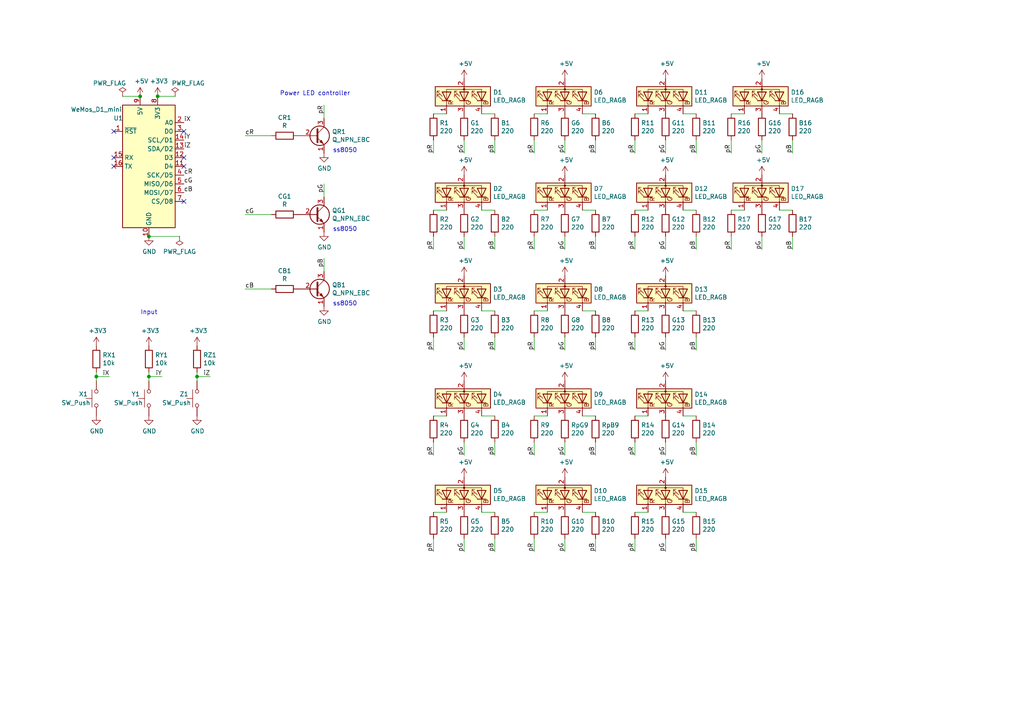
<source format=kicad_sch>
(kicad_sch (version 20211123) (generator eeschema)
  (paper "A4")
  (lib_symbols
    (symbol "Device:LED_RAGB" (pin_names (offset 0) hide)
      (property "Reference" "D" (at 0 9.398 0))
      (property "Value" "LED_RAGB" (at 0 -8.89 0))
      (symbol "LED_RAGB_0_0"
        (text "B" (at -1.905 -6.35 0) (effects (font (size 1.27 1.27))))
        (text "G" (at -1.905 -1.27 0) (effects (font (size 1.27 1.27))))
        (text "R" (at -1.905 3.81 0) (effects (font (size 1.27 1.27))))
      )
      (symbol "LED_RAGB_0_1"
        (polyline (pts (xy -1.27 -5.08) (xy -2.54 -5.08)))
        (polyline (pts (xy -1.27 -5.08) (xy 1.27 -5.08)))
        (polyline (pts (xy -1.27 -3.81) (xy -1.27 -6.35)) (stroke (width 0.254)))
        (polyline (pts (xy -1.27 0) (xy -2.54 0)))
        (polyline (pts (xy -1.27 1.27) (xy -1.27 -1.27)) (stroke (width 0.254)))
        (polyline (pts (xy -1.27 5.08) (xy -2.54 5.08)))
        (polyline (pts (xy -1.27 5.08) (xy 1.27 5.08)))
        (polyline (pts (xy -1.27 6.35) (xy -1.27 3.81)) (stroke (width 0.254)))
        (polyline (pts (xy 1.27 0) (xy -1.27 0)))
        (polyline (pts (xy 1.27 0) (xy 2.54 0)))
        (polyline (pts (xy -1.27 1.27) (xy -1.27 -1.27) (xy -1.27 -1.27)))
        (polyline (pts (xy -1.27 6.35) (xy -1.27 3.81) (xy -1.27 3.81)))
        (polyline (pts (xy 1.27 -5.08) (xy 2.032 -5.08) (xy 2.032 5.08) (xy 1.27 5.08)))
        (polyline (pts (xy 1.27 -3.81) (xy 1.27 -6.35) (xy -1.27 -5.08) (xy 1.27 -3.81)) (stroke (width 0.254)))
        (polyline (pts (xy 1.27 1.27) (xy 1.27 -1.27) (xy -1.27 0) (xy 1.27 1.27)) (stroke (width 0.254)))
        (polyline (pts (xy 1.27 6.35) (xy 1.27 3.81) (xy -1.27 5.08) (xy 1.27 6.35)) (stroke (width 0.254)))
        (polyline (pts (xy -1.016 -3.81) (xy 0.508 -2.286) (xy -0.254 -2.286) (xy 0.508 -2.286) (xy 0.508 -3.048)))
        (polyline (pts (xy -1.016 1.27) (xy 0.508 2.794) (xy -0.254 2.794) (xy 0.508 2.794) (xy 0.508 2.032)))
        (polyline (pts (xy -1.016 6.35) (xy 0.508 7.874) (xy -0.254 7.874) (xy 0.508 7.874) (xy 0.508 7.112)))
        (polyline (pts (xy 0 -3.81) (xy 1.524 -2.286) (xy 0.762 -2.286) (xy 1.524 -2.286) (xy 1.524 -3.048)))
        (polyline (pts (xy 0 1.27) (xy 1.524 2.794) (xy 0.762 2.794) (xy 1.524 2.794) (xy 1.524 2.032)))
        (polyline (pts (xy 0 6.35) (xy 1.524 7.874) (xy 0.762 7.874) (xy 1.524 7.874) (xy 1.524 7.112)))
        (rectangle (start 1.27 -1.27) (end 1.27 1.27))
        (rectangle (start 1.27 1.27) (end 1.27 1.27))
        (rectangle (start 1.27 3.81) (end 1.27 6.35))
        (rectangle (start 1.27 6.35) (end 1.27 6.35))
        (circle (center 2.032 0) (radius 0.254) (fill (type outline)))
        (rectangle (start 2.794 8.382) (end -2.794 -7.62) (stroke (width 0.254)) (fill (type background)))
      )
      (symbol "LED_RAGB_1_1"
        (pin passive line (at -5.08 5.08 0) (length 2.54) (name "RK") (number "1"))
        (pin passive line (at 5.08 0 180) (length 2.54) (name "A") (number "2"))
        (pin passive line (at -5.08 0 0) (length 2.54) (name "GK") (number "3"))
        (pin passive line (at -5.08 -5.08 0) (length 2.54) (name "BK") (number "4"))
      )
    )
    (symbol "Device:Q_NPN_EBC" (pin_names (offset 0) hide)
      (property "Reference" "Q" (at 5.08 1.27 0))
      (property "Value" "Q_NPN_EBC" (at 5.08 -1.27 0))
      (symbol "Q_NPN_EBC_0_1"
        (polyline (pts (xy 0.635 0.635) (xy 2.54 2.54)))
        (polyline (pts (xy 0.635 -0.635) (xy 2.54 -2.54) (xy 2.54 -2.54)))
        (polyline (pts (xy 0.635 1.905) (xy 0.635 -1.905) (xy 0.635 -1.905)) (stroke (width 0.508)))
        (polyline (pts (xy 1.27 -1.778) (xy 1.778 -1.27) (xy 2.286 -2.286) (xy 1.27 -1.778) (xy 1.27 -1.778)) (fill (type outline)))
        (circle (center 1.27 0) (radius 2.8194) (stroke (width 0.254)))
      )
      (symbol "Q_NPN_EBC_1_1"
        (pin passive line (at 2.54 -5.08 90) (length 2.54) (name "E") (number "1"))
        (pin passive line (at -5.08 0 0) (length 5.715) (name "B") (number "2"))
        (pin passive line (at 2.54 5.08 270) (length 2.54) (name "C") (number "3"))
      )
    )
    (symbol "Device:R" (pin_numbers hide) (pin_names (offset 0))
      (property "Reference" "R" (at 2.032 0 90))
      (property "Value" "R" (at 0 0 90))
      (symbol "R_0_1"
        (rectangle (start -1.016 -2.54) (end 1.016 2.54) (stroke (width 0.254)))
      )
      (symbol "R_1_1"
        (pin passive line (at 0 3.81 270) (length 1.27) (name "~") (number "1"))
        (pin passive line (at 0 -3.81 90) (length 1.27) (name "~") (number "2"))
      )
    )
    (symbol "MCU_Module:WeMos_D1_mini"
      (property "Reference" "U" (at 3.81 19.05 0))
      (property "Value" "WeMos_D1_mini" (at 1.27 -19.05 0))
      (symbol "WeMos_D1_mini_1_1"
        (rectangle (start -7.62 17.78) (end 7.62 -17.78) (stroke (width 0.254)) (fill (type background)))
        (pin input line (at -10.16 10.16 0) (length 2.54) (name "~{RST}") (number "1"))
        (pin power_in line (at 0 -20.32 90) (length 2.54) (name "GND") (number "10"))
        (pin bidirectional line (at 10.16 0 180) (length 2.54) (name "D4") (number "11"))
        (pin bidirectional line (at 10.16 2.54 180) (length 2.54) (name "D3") (number "12"))
        (pin bidirectional line (at 10.16 5.08 180) (length 2.54) (name "SDA/D2") (number "13"))
        (pin bidirectional line (at 10.16 7.62 180) (length 2.54) (name "SCL/D1") (number "14"))
        (pin input line (at -10.16 2.54 0) (length 2.54) (name "RX") (number "15"))
        (pin output line (at -10.16 0 0) (length 2.54) (name "TX") (number "16"))
        (pin input line (at 10.16 12.7 180) (length 2.54) (name "A0") (number "2"))
        (pin bidirectional line (at 10.16 10.16 180) (length 2.54) (name "D0") (number "3"))
        (pin bidirectional line (at 10.16 -2.54 180) (length 2.54) (name "SCK/D5") (number "4"))
        (pin bidirectional line (at 10.16 -5.08 180) (length 2.54) (name "MISO/D6") (number "5"))
        (pin bidirectional line (at 10.16 -7.62 180) (length 2.54) (name "MOSI/D7") (number "6"))
        (pin bidirectional line (at 10.16 -10.16 180) (length 2.54) (name "CS/D8") (number "7"))
        (pin power_out line (at 2.54 20.32 270) (length 2.54) (name "3V3") (number "8"))
        (pin power_in line (at -2.54 20.32 270) (length 2.54) (name "5V") (number "9"))
      )
    )
    (symbol "Switch:SW_Push" (pin_numbers hide) (pin_names (offset 1.016) hide)
      (property "Reference" "SW" (at 1.27 2.54 0))
      (property "Value" "SW_Push" (at 0 -1.524 0))
      (symbol "SW_Push_0_1"
        (circle (center -2.032 0) (radius 0.508))
        (polyline (pts (xy 0 1.27) (xy 0 3.048)))
        (polyline (pts (xy 2.54 1.27) (xy -2.54 1.27)))
        (circle (center 2.032 0) (radius 0.508))
        (pin passive line (at -5.08 0 0) (length 2.54) (name "1") (number "1"))
        (pin passive line (at 5.08 0 180) (length 2.54) (name "2") (number "2"))
      )
    )
    (symbol "power:+3.3V" (power) (pin_names (offset 0))
      (property "Value" "+3.3V" (at 0 3.556 0))
      (symbol "+3.3V_0_1"
        (polyline (pts (xy -0.762 1.27) (xy 0 2.54)))
        (polyline (pts (xy 0 0) (xy 0 2.54)))
        (polyline (pts (xy 0 2.54) (xy 0.762 1.27)))
      )
      (symbol "+3.3V_1_1"
        (pin power_in line (at 0 0 90) (length 0) hide (name "+3V3") (number "1"))
      )
    )
    (symbol "power:+5V" (power) (pin_names (offset 0))
      (property "Value" "+5V" (at 0 3.556 0))
      (symbol "+5V_0_1"
        (polyline (pts (xy -0.762 1.27) (xy 0 2.54)))
        (polyline (pts (xy 0 0) (xy 0 2.54)))
        (polyline (pts (xy 0 2.54) (xy 0.762 1.27)))
      )
      (symbol "+5V_1_1"
        (pin power_in line (at 0 0 90) (length 0) hide (name "+5V") (number "1"))
      )
    )
    (symbol "power:GND" (power) (pin_names (offset 0))
      (property "Value" "GND" (at 0 -3.81 0))
      (symbol "GND_0_1"
        (polyline (pts (xy 0 0) (xy 0 -1.27) (xy 1.27 -1.27) (xy 0 -2.54) (xy -1.27 -1.27) (xy 0 -1.27)))
      )
      (symbol "GND_1_1"
        (pin power_in line (at 0 0 270) (length 0) hide (name "GND") (number "1"))
      )
    )
    (symbol "power:PWR_FLAG" (power) (pin_numbers hide) (pin_names (offset 0) hide)
      (property "Value" "PWR_FLAG" (at 0 3.81 0))
      (symbol "PWR_FLAG_0_0"
        (pin power_out line (at 0 0 90) (length 0) (name "pwr") (number "1"))
      )
      (symbol "PWR_FLAG_0_1"
        (polyline (pts (xy 0 0) (xy 0 1.27) (xy -1.016 1.905) (xy 0 2.54) (xy 1.016 1.905) (xy 0 1.27)))
      )
    )
  )
  (junction (at 43.18 68.58))
  (junction (at 45.72 27.94))
  (junction (at 43.18 109.22))
  (junction (at 57.15 109.22))
  (junction (at 27.94 109.22))
  (junction (at 40.64 27.94))
  (no_connect (at 33.02 45.72))
  (no_connect (at 33.02 38.1))
  (no_connect (at 53.34 58.42))
  (no_connect (at 33.02 48.26))
  (no_connect (at 53.34 48.26))
  (no_connect (at 53.34 45.72))
  (no_connect (at 53.34 38.1))
  (wire (pts (xy 187.96 120.65) (xy 184.15 120.65)))
  (wire (pts (xy 172.72 68.58) (xy 172.72 72.39)))
  (wire (pts (xy 139.7 33.02) (xy 143.51 33.02)))
  (wire (pts (xy 184.15 68.58) (xy 184.15 72.39)))
  (wire (pts (xy 193.04 128.27) (xy 193.04 132.08)))
  (wire (pts (xy 168.91 120.65) (xy 172.72 120.65)))
  (wire (pts (xy 139.7 148.59) (xy 143.51 148.59)))
  (wire (pts (xy 198.12 33.02) (xy 201.93 33.02)))
  (wire (pts (xy 215.9 33.02) (xy 212.09 33.02)))
  (wire (pts (xy 193.04 97.79) (xy 193.04 101.6)))
  (wire (pts (xy 134.62 97.79) (xy 134.62 101.6)))
  (wire (pts (xy 129.54 90.17) (xy 125.73 90.17)))
  (wire (pts (xy 168.91 60.96) (xy 172.72 60.96)))
  (wire (pts (xy 212.09 68.58) (xy 212.09 72.39)))
  (wire (pts (xy 125.73 97.79) (xy 125.73 101.6)))
  (wire (pts (xy 201.93 156.21) (xy 201.93 160.02)))
  (wire (pts (xy 125.73 128.27) (xy 125.73 132.08)))
  (wire (pts (xy 143.51 128.27) (xy 143.51 132.08)))
  (wire (pts (xy 187.96 33.02) (xy 184.15 33.02)))
  (wire (pts (xy 184.15 156.21) (xy 184.15 160.02)))
  (wire (pts (xy 43.18 68.58) (xy 52.07 68.58)))
  (wire (pts (xy 184.15 40.64) (xy 184.15 44.45)))
  (wire (pts (xy 154.94 40.64) (xy 154.94 44.45)))
  (wire (pts (xy 134.62 40.64) (xy 134.62 44.45)))
  (wire (pts (xy 158.75 148.59) (xy 154.94 148.59)))
  (wire (pts (xy 143.51 97.79) (xy 143.51 101.6)))
  (wire (pts (xy 40.64 27.94) (xy 35.56 27.94)))
  (wire (pts (xy 27.94 109.22) (xy 27.94 110.49)))
  (wire (pts (xy 226.06 60.96) (xy 229.87 60.96)))
  (wire (pts (xy 163.83 97.79) (xy 163.83 101.6)))
  (wire (pts (xy 172.72 128.27) (xy 172.72 132.08)))
  (wire (pts (xy 93.98 34.29) (xy 93.98 30.48)))
  (wire (pts (xy 43.18 109.22) (xy 43.18 110.49)))
  (wire (pts (xy 168.91 33.02) (xy 172.72 33.02)))
  (wire (pts (xy 27.94 109.22) (xy 31.75 109.22)))
  (wire (pts (xy 201.93 68.58) (xy 201.93 72.39)))
  (wire (pts (xy 93.98 78.74) (xy 93.98 74.93)))
  (wire (pts (xy 220.98 40.64) (xy 220.98 44.45)))
  (wire (pts (xy 158.75 120.65) (xy 154.94 120.65)))
  (wire (pts (xy 201.93 97.79) (xy 201.93 101.6)))
  (wire (pts (xy 71.12 39.37) (xy 78.74 39.37)))
  (wire (pts (xy 143.51 156.21) (xy 143.51 160.02)))
  (wire (pts (xy 154.94 97.79) (xy 154.94 101.6)))
  (wire (pts (xy 57.15 109.22) (xy 57.15 110.49)))
  (wire (pts (xy 198.12 60.96) (xy 201.93 60.96)))
  (wire (pts (xy 226.06 33.02) (xy 229.87 33.02)))
  (wire (pts (xy 198.12 90.17) (xy 201.93 90.17)))
  (wire (pts (xy 154.94 68.58) (xy 154.94 72.39)))
  (wire (pts (xy 45.72 27.94) (xy 50.8 27.94)))
  (wire (pts (xy 212.09 40.64) (xy 212.09 44.45)))
  (wire (pts (xy 215.9 60.96) (xy 212.09 60.96)))
  (wire (pts (xy 168.91 90.17) (xy 172.72 90.17)))
  (wire (pts (xy 27.94 107.95) (xy 27.94 109.22)))
  (wire (pts (xy 125.73 40.64) (xy 125.73 44.45)))
  (wire (pts (xy 193.04 156.21) (xy 193.04 160.02)))
  (wire (pts (xy 201.93 128.27) (xy 201.93 132.08)))
  (wire (pts (xy 143.51 68.58) (xy 143.51 72.39)))
  (wire (pts (xy 139.7 90.17) (xy 143.51 90.17)))
  (wire (pts (xy 198.12 120.65) (xy 201.93 120.65)))
  (wire (pts (xy 143.51 40.64) (xy 143.51 44.45)))
  (wire (pts (xy 129.54 60.96) (xy 125.73 60.96)))
  (wire (pts (xy 168.91 148.59) (xy 172.72 148.59)))
  (wire (pts (xy 129.54 120.65) (xy 125.73 120.65)))
  (wire (pts (xy 57.15 109.22) (xy 60.96 109.22)))
  (wire (pts (xy 139.7 60.96) (xy 143.51 60.96)))
  (wire (pts (xy 57.15 107.95) (xy 57.15 109.22)))
  (wire (pts (xy 201.93 40.64) (xy 201.93 44.45)))
  (wire (pts (xy 134.62 128.27) (xy 134.62 132.08)))
  (wire (pts (xy 154.94 128.27) (xy 154.94 132.08)))
  (wire (pts (xy 158.75 60.96) (xy 154.94 60.96)))
  (wire (pts (xy 193.04 68.58) (xy 193.04 72.39)))
  (wire (pts (xy 187.96 148.59) (xy 184.15 148.59)))
  (wire (pts (xy 163.83 40.64) (xy 163.83 44.45)))
  (wire (pts (xy 184.15 128.27) (xy 184.15 132.08)))
  (wire (pts (xy 134.62 68.58) (xy 134.62 72.39)))
  (wire (pts (xy 129.54 33.02) (xy 125.73 33.02)))
  (wire (pts (xy 43.18 109.22) (xy 46.99 109.22)))
  (wire (pts (xy 229.87 68.58) (xy 229.87 72.39)))
  (wire (pts (xy 220.98 68.58) (xy 220.98 72.39)))
  (wire (pts (xy 139.7 120.65) (xy 143.51 120.65)))
  (wire (pts (xy 172.72 156.21) (xy 172.72 160.02)))
  (wire (pts (xy 229.87 40.64) (xy 229.87 44.45)))
  (wire (pts (xy 158.75 33.02) (xy 154.94 33.02)))
  (wire (pts (xy 43.18 107.95) (xy 43.18 109.22)))
  (wire (pts (xy 193.04 40.64) (xy 193.04 44.45)))
  (wire (pts (xy 125.73 156.21) (xy 125.73 160.02)))
  (wire (pts (xy 163.83 68.58) (xy 163.83 72.39)))
  (wire (pts (xy 134.62 156.21) (xy 134.62 160.02)))
  (wire (pts (xy 187.96 90.17) (xy 184.15 90.17)))
  (wire (pts (xy 184.15 97.79) (xy 184.15 101.6)))
  (wire (pts (xy 198.12 148.59) (xy 201.93 148.59)))
  (wire (pts (xy 172.72 97.79) (xy 172.72 101.6)))
  (wire (pts (xy 71.12 62.23) (xy 78.74 62.23)))
  (wire (pts (xy 125.73 68.58) (xy 125.73 72.39)))
  (wire (pts (xy 154.94 156.21) (xy 154.94 160.02)))
  (wire (pts (xy 187.96 60.96) (xy 184.15 60.96)))
  (wire (pts (xy 158.75 90.17) (xy 154.94 90.17)))
  (wire (pts (xy 93.98 57.15) (xy 93.98 53.34)))
  (wire (pts (xy 71.12 83.82) (xy 78.74 83.82)))
  (wire (pts (xy 172.72 40.64) (xy 172.72 44.45)))
  (wire (pts (xy 163.83 156.21) (xy 163.83 160.02)))
  (wire (pts (xy 163.83 128.27) (xy 163.83 132.08)))
  (wire (pts (xy 129.54 148.59) (xy 125.73 148.59)))
  (text "Power LED controller" (at 101.6 27.94 180) (effects (font (size 1.27 1.27)) (justify right bottom)))
  (text "ss8050" (at 96.52 88.9 0) (effects (font (size 1.27 1.27)) (justify left bottom)))
  (text "ss8050" (at 96.52 44.45 0) (effects (font (size 1.27 1.27)) (justify left bottom)))
  (text "Input" (at 45.72 91.44 180) (effects (font (size 1.27 1.27)) (justify right bottom)))
  (text "ss8050" (at 96.52 67.31 0) (effects (font (size 1.27 1.27)) (justify left bottom)))
  (label "pG" (at 163.83 44.45 90))
  (label "pB" (at 143.51 132.08 90))
  (label "iY" (at 46.99 109.22 180))
  (label "pG" (at 134.62 72.39 90))
  (label "pG" (at 134.62 160.02 90))
  (label "pB" (at 143.51 101.6 90))
  (label "pG" (at 193.04 160.02 90))
  (label "pR" (at 154.94 44.45 90))
  (label "pR" (at 154.94 72.39 90))
  (label "pB" (at 172.72 101.6 90))
  (label "pG" (at 134.62 44.45 90))
  (label "pB" (at 172.72 160.02 90))
  (label "pB" (at 201.93 72.39 90))
  (label "pG" (at 163.83 160.02 90))
  (label "pG" (at 93.98 53.34 270))
  (label "cG" (at 71.12 62.23 0))
  (label "pB" (at 143.51 72.39 90))
  (label "pR" (at 125.73 101.6 90))
  (label "iZ" (at 60.96 109.22 180))
  (label "pG" (at 193.04 72.39 90))
  (label "cB" (at 71.12 83.82 0))
  (label "iX" (at 31.75 109.22 180))
  (label "pG" (at 163.83 132.08 90))
  (label "pB" (at 93.98 74.93 270))
  (label "iZ" (at 53.34 43.18 0))
  (label "pG" (at 163.83 101.6 90))
  (label "cR" (at 71.12 39.37 0))
  (label "pR" (at 212.09 44.45 90))
  (label "pB" (at 229.87 44.45 90))
  (label "pG" (at 193.04 101.6 90))
  (label "pB" (at 143.51 160.02 90))
  (label "pB" (at 201.93 160.02 90))
  (label "iY" (at 53.34 40.64 0))
  (label "pR" (at 125.73 132.08 90))
  (label "cR" (at 53.34 50.8 0))
  (label "pB" (at 201.93 132.08 90))
  (label "pR" (at 125.73 160.02 90))
  (label "pR" (at 125.73 44.45 90))
  (label "iX" (at 53.34 35.56 0))
  (label "pG" (at 163.83 72.39 90))
  (label "pB" (at 201.93 44.45 90))
  (label "pR" (at 184.15 132.08 90))
  (label "pR" (at 184.15 101.6 90))
  (label "pR" (at 154.94 101.6 90))
  (label "cG" (at 53.34 53.34 0))
  (label "pR" (at 184.15 72.39 90))
  (label "pB" (at 201.93 101.6 90))
  (label "pG" (at 193.04 132.08 90))
  (label "pG" (at 220.98 72.39 90))
  (label "pG" (at 134.62 101.6 90))
  (label "pR" (at 212.09 72.39 90))
  (label "pG" (at 193.04 44.45 90))
  (label "pB" (at 172.72 132.08 90))
  (label "pR" (at 93.98 30.48 270))
  (label "pG" (at 220.98 44.45 90))
  (label "pG" (at 134.62 132.08 90))
  (label "pR" (at 154.94 132.08 90))
  (label "pB" (at 143.51 44.45 90))
  (label "pR" (at 184.15 44.45 90))
  (label "cB" (at 53.34 55.88 0))
  (label "pR" (at 154.94 160.02 90))
  (label "pB" (at 229.87 72.39 90))
  (label "pB" (at 172.72 44.45 90))
  (label "pR" (at 125.73 72.39 90))
  (label "pB" (at 172.72 72.39 90))
  (label "pR" (at 184.15 160.02 90))
  (symbol (lib_id "MCU_Module:WeMos_D1_mini") (at 43.18 48.26 0) (unit 1)
    (property "Reference" "U1" (at 34.29 34.29 0))
    (property "Value" "WeMos_D1_mini" (at 27.94 31.75 0))
    (property "Footprint" "Module:WEMOS_D1_mini_light" (effects hide))
    (property "Datasheet" "https://wiki.wemos.cc/products:d1:d1_mini#documentation" (effects hide))
  )
  (symbol (lib_id "Device:Q_NPN_EBC") (at 91.44 39.37 0) (unit 1)
    (property "Reference" "QR1" (at 96.2914 38.2016 0) (effects (justify left)))
    (property "Value" "Q_NPN_EBC" (at 96.2914 40.513 0) (effects (justify left)))
    (property "Footprint" "pierre:Q_NPN_EBC_TO-92_v2" (effects hide))
    (property "Datasheet" "https://www.alldatasheet.com/datasheet-pdf/pdf/818886/DGNJDZ/SS8050.html" (effects hide))
  )
  (symbol (lib_id "Device:R") (at 82.55 39.37 270) (unit 1)
    (property "Reference" "CR1" (at 82.55 34.1122 90))
    (property "Value" "R" (at 82.55 36.4236 90))
    (property "Footprint" "Resistor_THT:R_Axial_DIN0207_L6.3mm_D2.5mm_P2.54mm_Vertical" (effects hide))
  )
  (symbol (lib_id "power:GND") (at 93.98 44.45 0) (unit 1)
    (property "Reference" "#PWR0101" (effects hide))
    (property "Value" "GND" (at 94.107 48.8442 0))
  )
  (symbol (lib_id "Device:Q_NPN_EBC") (at 91.44 62.23 0) (unit 1)
    (property "Reference" "QG1" (at 96.2914 61.0616 0) (effects (justify left)))
    (property "Value" "Q_NPN_EBC" (at 96.2914 63.373 0) (effects (justify left)))
    (property "Footprint" "pierre:Q_NPN_EBC_TO-92_v2" (effects hide))
    (property "Datasheet" "https://www.alldatasheet.com/datasheet-pdf/pdf/818886/DGNJDZ/SS8050.html" (effects hide))
  )
  (symbol (lib_id "Device:R") (at 82.55 62.23 270) (unit 1)
    (property "Reference" "CG1" (at 82.55 56.9722 90))
    (property "Value" "R" (at 82.55 59.2836 90))
    (property "Footprint" "Resistor_THT:R_Axial_DIN0207_L6.3mm_D2.5mm_P2.54mm_Vertical" (effects hide))
  )
  (symbol (lib_id "power:GND") (at 93.98 67.31 0) (unit 1)
    (property "Reference" "#PWR0102" (effects hide))
    (property "Value" "GND" (at 94.107 71.7042 0))
  )
  (symbol (lib_id "Device:Q_NPN_EBC") (at 91.44 83.82 0) (unit 1)
    (property "Reference" "QB1" (at 96.2914 82.6516 0) (effects (justify left)))
    (property "Value" "Q_NPN_EBC" (at 96.2914 84.963 0) (effects (justify left)))
    (property "Footprint" "pierre:Q_NPN_EBC_TO-92_v2" (effects hide))
    (property "Datasheet" "https://www.alldatasheet.com/datasheet-pdf/pdf/818886/DGNJDZ/SS8050.html" (effects hide))
  )
  (symbol (lib_id "Device:R") (at 82.55 83.82 270) (unit 1)
    (property "Reference" "CB1" (at 82.55 78.5622 90))
    (property "Value" "R" (at 82.55 80.8736 90))
    (property "Footprint" "Resistor_THT:R_Axial_DIN0207_L6.3mm_D2.5mm_P2.54mm_Vertical" (effects hide))
  )
  (symbol (lib_id "power:GND") (at 93.98 88.9 0) (unit 1)
    (property "Reference" "#PWR0103" (effects hide))
    (property "Value" "GND" (at 94.107 93.2942 0))
  )
  (symbol (lib_id "power:+5V") (at 134.62 22.86 0) (unit 1)
    (property "Reference" "#PWR0104" (effects hide))
    (property "Value" "+5V" (at 135.001 18.4658 0))
  )
  (symbol (lib_id "Device:R") (at 125.73 36.83 0) (unit 1)
    (property "Reference" "R1" (at 127.508 35.6616 0) (effects (justify left)))
    (property "Value" "220" (at 127.508 37.973 0) (effects (justify left)))
    (property "Footprint" "Resistor_THT:R_Axial_DIN0207_L6.3mm_D2.5mm_P2.54mm_Vertical" (effects hide))
  )
  (symbol (lib_id "Device:R") (at 134.62 36.83 0) (unit 1)
    (property "Reference" "G1" (at 136.398 35.6616 0) (effects (justify left)))
    (property "Value" "220" (at 136.398 37.973 0) (effects (justify left)))
    (property "Footprint" "Resistor_THT:R_Axial_DIN0207_L6.3mm_D2.5mm_P2.54mm_Vertical" (effects hide))
  )
  (symbol (lib_id "Device:R") (at 143.51 36.83 0) (unit 1)
    (property "Reference" "B1" (at 145.288 35.6616 0) (effects (justify left)))
    (property "Value" "220" (at 145.288 37.973 0) (effects (justify left)))
    (property "Footprint" "Resistor_THT:R_Axial_DIN0207_L6.3mm_D2.5mm_P2.54mm_Vertical" (effects hide))
  )
  (symbol (lib_id "Device:LED_RAGB") (at 134.62 27.94 90) (unit 1)
    (property "Reference" "D1" (at 143.002 26.7716 90) (effects (justify right)))
    (property "Value" "LED_RAGB" (at 143.002 29.083 90) (effects (justify right)))
    (property "Footprint" "pierre:LED_RAGB_5mm_v2" (effects hide))
  )
  (symbol (lib_id "power:+5V") (at 163.83 22.86 0) (unit 1)
    (property "Reference" "#PWR0105" (effects hide))
    (property "Value" "+5V" (at 164.211 18.4658 0))
  )
  (symbol (lib_id "Device:R") (at 154.94 36.83 0) (unit 1)
    (property "Reference" "R6" (at 156.718 35.6616 0) (effects (justify left)))
    (property "Value" "220" (at 156.718 37.973 0) (effects (justify left)))
    (property "Footprint" "Resistor_THT:R_Axial_DIN0207_L6.3mm_D2.5mm_P2.54mm_Vertical" (effects hide))
  )
  (symbol (lib_id "Device:R") (at 163.83 36.83 0) (unit 1)
    (property "Reference" "G6" (at 165.608 35.6616 0) (effects (justify left)))
    (property "Value" "220" (at 165.608 37.973 0) (effects (justify left)))
    (property "Footprint" "Resistor_THT:R_Axial_DIN0207_L6.3mm_D2.5mm_P2.54mm_Vertical" (effects hide))
  )
  (symbol (lib_id "Device:R") (at 172.72 36.83 0) (unit 1)
    (property "Reference" "B6" (at 174.498 35.6616 0) (effects (justify left)))
    (property "Value" "220" (at 174.498 37.973 0) (effects (justify left)))
    (property "Footprint" "Resistor_THT:R_Axial_DIN0207_L6.3mm_D2.5mm_P2.54mm_Vertical" (effects hide))
  )
  (symbol (lib_id "Device:LED_RAGB") (at 163.83 27.94 90) (unit 1)
    (property "Reference" "D6" (at 172.212 26.7716 90) (effects (justify right)))
    (property "Value" "LED_RAGB" (at 172.212 29.083 90) (effects (justify right)))
    (property "Footprint" "pierre:LED_RAGB_5mm_v2" (effects hide))
  )
  (symbol (lib_id "power:+5V") (at 193.04 22.86 0) (unit 1)
    (property "Reference" "#PWR0106" (effects hide))
    (property "Value" "+5V" (at 193.421 18.4658 0))
  )
  (symbol (lib_id "Device:R") (at 184.15 36.83 0) (unit 1)
    (property "Reference" "R11" (at 185.928 35.6616 0) (effects (justify left)))
    (property "Value" "220" (at 185.928 37.973 0) (effects (justify left)))
    (property "Footprint" "Resistor_THT:R_Axial_DIN0207_L6.3mm_D2.5mm_P2.54mm_Vertical" (effects hide))
  )
  (symbol (lib_id "Device:R") (at 193.04 36.83 0) (unit 1)
    (property "Reference" "G11" (at 194.818 35.6616 0) (effects (justify left)))
    (property "Value" "220" (at 194.818 37.973 0) (effects (justify left)))
    (property "Footprint" "Resistor_THT:R_Axial_DIN0207_L6.3mm_D2.5mm_P2.54mm_Vertical" (effects hide))
  )
  (symbol (lib_id "Device:R") (at 201.93 36.83 0) (unit 1)
    (property "Reference" "B11" (at 203.708 35.6616 0) (effects (justify left)))
    (property "Value" "220" (at 203.708 37.973 0) (effects (justify left)))
    (property "Footprint" "Resistor_THT:R_Axial_DIN0207_L6.3mm_D2.5mm_P2.54mm_Vertical" (effects hide))
  )
  (symbol (lib_id "Device:LED_RAGB") (at 193.04 27.94 90) (unit 1)
    (property "Reference" "D11" (at 201.422 26.7716 90) (effects (justify right)))
    (property "Value" "LED_RAGB" (at 201.422 29.083 90) (effects (justify right)))
    (property "Footprint" "pierre:LED_RAGB_5mm_v2" (effects hide))
  )
  (symbol (lib_id "power:+5V") (at 220.98 22.86 0) (unit 1)
    (property "Reference" "#PWR0107" (effects hide))
    (property "Value" "+5V" (at 221.361 18.4658 0))
  )
  (symbol (lib_id "Device:R") (at 212.09 36.83 0) (unit 1)
    (property "Reference" "R16" (at 213.868 35.6616 0) (effects (justify left)))
    (property "Value" "220" (at 213.868 37.973 0) (effects (justify left)))
    (property "Footprint" "Resistor_THT:R_Axial_DIN0207_L6.3mm_D2.5mm_P2.54mm_Vertical" (effects hide))
  )
  (symbol (lib_id "Device:R") (at 220.98 36.83 0) (unit 1)
    (property "Reference" "G16" (at 222.758 35.6616 0) (effects (justify left)))
    (property "Value" "220" (at 222.758 37.973 0) (effects (justify left)))
    (property "Footprint" "Resistor_THT:R_Axial_DIN0207_L6.3mm_D2.5mm_P2.54mm_Vertical" (effects hide))
  )
  (symbol (lib_id "Device:R") (at 229.87 36.83 0) (unit 1)
    (property "Reference" "B16" (at 231.648 35.6616 0) (effects (justify left)))
    (property "Value" "220" (at 231.648 37.973 0) (effects (justify left)))
    (property "Footprint" "Resistor_THT:R_Axial_DIN0207_L6.3mm_D2.5mm_P2.54mm_Vertical" (effects hide))
  )
  (symbol (lib_id "Device:LED_RAGB") (at 220.98 27.94 90) (unit 1)
    (property "Reference" "D16" (at 229.362 26.7716 90) (effects (justify right)))
    (property "Value" "LED_RAGB" (at 229.362 29.083 90) (effects (justify right)))
    (property "Footprint" "pierre:LED_RAGB_5mm_v2" (effects hide))
  )
  (symbol (lib_id "power:+5V") (at 134.62 50.8 0) (unit 1)
    (property "Reference" "#PWR0108" (effects hide))
    (property "Value" "+5V" (at 135.001 46.4058 0))
  )
  (symbol (lib_id "Device:R") (at 125.73 64.77 0) (unit 1)
    (property "Reference" "R2" (at 127.508 63.6016 0) (effects (justify left)))
    (property "Value" "220" (at 127.508 65.913 0) (effects (justify left)))
    (property "Footprint" "Resistor_THT:R_Axial_DIN0207_L6.3mm_D2.5mm_P2.54mm_Vertical" (effects hide))
  )
  (symbol (lib_id "Device:R") (at 134.62 64.77 0) (unit 1)
    (property "Reference" "G2" (at 136.398 63.6016 0) (effects (justify left)))
    (property "Value" "220" (at 136.398 65.913 0) (effects (justify left)))
    (property "Footprint" "Resistor_THT:R_Axial_DIN0207_L6.3mm_D2.5mm_P2.54mm_Vertical" (effects hide))
  )
  (symbol (lib_id "Device:R") (at 143.51 64.77 0) (unit 1)
    (property "Reference" "B2" (at 145.288 63.6016 0) (effects (justify left)))
    (property "Value" "220" (at 145.288 65.913 0) (effects (justify left)))
    (property "Footprint" "Resistor_THT:R_Axial_DIN0207_L6.3mm_D2.5mm_P2.54mm_Vertical" (effects hide))
  )
  (symbol (lib_id "Device:LED_RAGB") (at 134.62 55.88 90) (unit 1)
    (property "Reference" "D2" (at 143.002 54.7116 90) (effects (justify right)))
    (property "Value" "LED_RAGB" (at 143.002 57.023 90) (effects (justify right)))
    (property "Footprint" "pierre:LED_RAGB_5mm_v2" (effects hide))
  )
  (symbol (lib_id "power:+5V") (at 163.83 50.8 0) (unit 1)
    (property "Reference" "#PWR0109" (effects hide))
    (property "Value" "+5V" (at 164.211 46.4058 0))
  )
  (symbol (lib_id "Device:R") (at 154.94 64.77 0) (unit 1)
    (property "Reference" "R7" (at 156.718 63.6016 0) (effects (justify left)))
    (property "Value" "220" (at 156.718 65.913 0) (effects (justify left)))
    (property "Footprint" "Resistor_THT:R_Axial_DIN0207_L6.3mm_D2.5mm_P2.54mm_Vertical" (effects hide))
  )
  (symbol (lib_id "Device:R") (at 163.83 64.77 0) (unit 1)
    (property "Reference" "G7" (at 165.608 63.6016 0) (effects (justify left)))
    (property "Value" "220" (at 165.608 65.913 0) (effects (justify left)))
    (property "Footprint" "Resistor_THT:R_Axial_DIN0207_L6.3mm_D2.5mm_P2.54mm_Vertical" (effects hide))
  )
  (symbol (lib_id "Device:R") (at 172.72 64.77 0) (unit 1)
    (property "Reference" "B7" (at 174.498 63.6016 0) (effects (justify left)))
    (property "Value" "220" (at 174.498 65.913 0) (effects (justify left)))
    (property "Footprint" "Resistor_THT:R_Axial_DIN0207_L6.3mm_D2.5mm_P2.54mm_Vertical" (effects hide))
  )
  (symbol (lib_id "Device:LED_RAGB") (at 163.83 55.88 90) (unit 1)
    (property "Reference" "D7" (at 172.212 54.7116 90) (effects (justify right)))
    (property "Value" "LED_RAGB" (at 172.212 57.023 90) (effects (justify right)))
    (property "Footprint" "pierre:LED_RAGB_5mm_v2" (effects hide))
  )
  (symbol (lib_id "power:+5V") (at 193.04 50.8 0) (unit 1)
    (property "Reference" "#PWR0110" (effects hide))
    (property "Value" "+5V" (at 193.421 46.4058 0))
  )
  (symbol (lib_id "Device:R") (at 184.15 64.77 0) (unit 1)
    (property "Reference" "R12" (at 185.928 63.6016 0) (effects (justify left)))
    (property "Value" "220" (at 185.928 65.913 0) (effects (justify left)))
    (property "Footprint" "Resistor_THT:R_Axial_DIN0207_L6.3mm_D2.5mm_P2.54mm_Vertical" (effects hide))
  )
  (symbol (lib_id "Device:R") (at 193.04 64.77 0) (unit 1)
    (property "Reference" "G12" (at 194.818 63.6016 0) (effects (justify left)))
    (property "Value" "220" (at 194.818 65.913 0) (effects (justify left)))
    (property "Footprint" "Resistor_THT:R_Axial_DIN0207_L6.3mm_D2.5mm_P2.54mm_Vertical" (effects hide))
  )
  (symbol (lib_id "Device:R") (at 201.93 64.77 0) (unit 1)
    (property "Reference" "B12" (at 203.708 63.6016 0) (effects (justify left)))
    (property "Value" "220" (at 203.708 65.913 0) (effects (justify left)))
    (property "Footprint" "Resistor_THT:R_Axial_DIN0207_L6.3mm_D2.5mm_P2.54mm_Vertical" (effects hide))
  )
  (symbol (lib_id "Device:LED_RAGB") (at 193.04 55.88 90) (unit 1)
    (property "Reference" "D12" (at 201.422 54.7116 90) (effects (justify right)))
    (property "Value" "LED_RAGB" (at 201.422 57.023 90) (effects (justify right)))
    (property "Footprint" "pierre:LED_RAGB_5mm_v2" (effects hide))
  )
  (symbol (lib_id "power:+5V") (at 220.98 50.8 0) (unit 1)
    (property "Reference" "#PWR0111" (effects hide))
    (property "Value" "+5V" (at 221.361 46.4058 0))
  )
  (symbol (lib_id "Device:R") (at 212.09 64.77 0) (unit 1)
    (property "Reference" "R17" (at 213.868 63.6016 0) (effects (justify left)))
    (property "Value" "220" (at 213.868 65.913 0) (effects (justify left)))
    (property "Footprint" "Resistor_THT:R_Axial_DIN0207_L6.3mm_D2.5mm_P2.54mm_Vertical" (effects hide))
  )
  (symbol (lib_id "Device:R") (at 220.98 64.77 0) (unit 1)
    (property "Reference" "G17" (at 222.758 63.6016 0) (effects (justify left)))
    (property "Value" "220" (at 222.758 65.913 0) (effects (justify left)))
    (property "Footprint" "Resistor_THT:R_Axial_DIN0207_L6.3mm_D2.5mm_P2.54mm_Vertical" (effects hide))
  )
  (symbol (lib_id "Device:R") (at 229.87 64.77 0) (unit 1)
    (property "Reference" "B17" (at 231.648 63.6016 0) (effects (justify left)))
    (property "Value" "220" (at 231.648 65.913 0) (effects (justify left)))
    (property "Footprint" "Resistor_THT:R_Axial_DIN0207_L6.3mm_D2.5mm_P2.54mm_Vertical" (effects hide))
  )
  (symbol (lib_id "Device:LED_RAGB") (at 220.98 55.88 90) (unit 1)
    (property "Reference" "D17" (at 229.362 54.7116 90) (effects (justify right)))
    (property "Value" "LED_RAGB" (at 229.362 57.023 90) (effects (justify right)))
    (property "Footprint" "pierre:LED_RAGB_5mm_v2" (effects hide))
  )
  (symbol (lib_id "power:+5V") (at 134.62 80.01 0) (unit 1)
    (property "Reference" "#PWR0112" (effects hide))
    (property "Value" "+5V" (at 135.001 75.6158 0))
  )
  (symbol (lib_id "Device:R") (at 125.73 93.98 0) (unit 1)
    (property "Reference" "R3" (at 127.508 92.8116 0) (effects (justify left)))
    (property "Value" "220" (at 127.508 95.123 0) (effects (justify left)))
    (property "Footprint" "Resistor_THT:R_Axial_DIN0207_L6.3mm_D2.5mm_P2.54mm_Vertical" (effects hide))
  )
  (symbol (lib_id "Device:R") (at 134.62 93.98 0) (unit 1)
    (property "Reference" "G3" (at 136.398 92.8116 0) (effects (justify left)))
    (property "Value" "220" (at 136.398 95.123 0) (effects (justify left)))
    (property "Footprint" "Resistor_THT:R_Axial_DIN0207_L6.3mm_D2.5mm_P2.54mm_Vertical" (effects hide))
  )
  (symbol (lib_id "Device:R") (at 143.51 93.98 0) (unit 1)
    (property "Reference" "B3" (at 145.288 92.8116 0) (effects (justify left)))
    (property "Value" "220" (at 145.288 95.123 0) (effects (justify left)))
    (property "Footprint" "Resistor_THT:R_Axial_DIN0207_L6.3mm_D2.5mm_P2.54mm_Vertical" (effects hide))
  )
  (symbol (lib_id "Device:LED_RAGB") (at 134.62 85.09 90) (unit 1)
    (property "Reference" "D3" (at 143.002 83.9216 90) (effects (justify right)))
    (property "Value" "LED_RAGB" (at 143.002 86.233 90) (effects (justify right)))
    (property "Footprint" "pierre:LED_RAGB_5mm_v2" (effects hide))
  )
  (symbol (lib_id "power:+5V") (at 163.83 80.01 0) (unit 1)
    (property "Reference" "#PWR0113" (effects hide))
    (property "Value" "+5V" (at 164.211 75.6158 0))
  )
  (symbol (lib_id "Device:R") (at 154.94 93.98 0) (unit 1)
    (property "Reference" "R8" (at 156.718 92.8116 0) (effects (justify left)))
    (property "Value" "220" (at 156.718 95.123 0) (effects (justify left)))
    (property "Footprint" "Resistor_THT:R_Axial_DIN0207_L6.3mm_D2.5mm_P2.54mm_Vertical" (effects hide))
  )
  (symbol (lib_id "Device:R") (at 163.83 93.98 0) (unit 1)
    (property "Reference" "G8" (at 165.608 92.8116 0) (effects (justify left)))
    (property "Value" "220" (at 165.608 95.123 0) (effects (justify left)))
    (property "Footprint" "Resistor_THT:R_Axial_DIN0207_L6.3mm_D2.5mm_P2.54mm_Vertical" (effects hide))
  )
  (symbol (lib_id "Device:R") (at 172.72 93.98 0) (unit 1)
    (property "Reference" "B8" (at 174.498 92.8116 0) (effects (justify left)))
    (property "Value" "220" (at 174.498 95.123 0) (effects (justify left)))
    (property "Footprint" "Resistor_THT:R_Axial_DIN0207_L6.3mm_D2.5mm_P2.54mm_Vertical" (effects hide))
  )
  (symbol (lib_id "Device:LED_RAGB") (at 163.83 85.09 90) (unit 1)
    (property "Reference" "D8" (at 172.212 83.9216 90) (effects (justify right)))
    (property "Value" "LED_RAGB" (at 172.212 86.233 90) (effects (justify right)))
    (property "Footprint" "pierre:LED_RAGB_5mm_v2" (effects hide))
  )
  (symbol (lib_id "power:+5V") (at 193.04 80.01 0) (unit 1)
    (property "Reference" "#PWR0114" (effects hide))
    (property "Value" "+5V" (at 193.421 75.6158 0))
  )
  (symbol (lib_id "Device:R") (at 184.15 93.98 0) (unit 1)
    (property "Reference" "R13" (at 185.928 92.8116 0) (effects (justify left)))
    (property "Value" "220" (at 185.928 95.123 0) (effects (justify left)))
    (property "Footprint" "Resistor_THT:R_Axial_DIN0207_L6.3mm_D2.5mm_P2.54mm_Vertical" (effects hide))
  )
  (symbol (lib_id "Device:R") (at 193.04 93.98 0) (unit 1)
    (property "Reference" "G13" (at 194.818 92.8116 0) (effects (justify left)))
    (property "Value" "220" (at 194.818 95.123 0) (effects (justify left)))
    (property "Footprint" "Resistor_THT:R_Axial_DIN0207_L6.3mm_D2.5mm_P10.16mm_Horizontal" (effects hide))
  )
  (symbol (lib_id "Device:R") (at 201.93 93.98 0) (unit 1)
    (property "Reference" "B13" (at 203.708 92.8116 0) (effects (justify left)))
    (property "Value" "220" (at 203.708 95.123 0) (effects (justify left)))
    (property "Footprint" "Resistor_THT:R_Axial_DIN0207_L6.3mm_D2.5mm_P10.16mm_Horizontal" (effects hide))
  )
  (symbol (lib_id "Device:LED_RAGB") (at 193.04 85.09 90) (unit 1)
    (property "Reference" "D13" (at 201.422 83.9216 90) (effects (justify right)))
    (property "Value" "LED_RAGB" (at 201.422 86.233 90) (effects (justify right)))
    (property "Footprint" "pierre:LED_RAGB_5mm_v2" (effects hide))
  )
  (symbol (lib_id "power:+5V") (at 134.62 110.49 0) (unit 1)
    (property "Reference" "#PWR0116" (effects hide))
    (property "Value" "+5V" (at 135.001 106.0958 0))
  )
  (symbol (lib_id "Device:R") (at 125.73 124.46 0) (unit 1)
    (property "Reference" "R4" (at 127.508 123.2916 0) (effects (justify left)))
    (property "Value" "220" (at 127.508 125.603 0) (effects (justify left)))
    (property "Footprint" "Resistor_THT:R_Axial_DIN0207_L6.3mm_D2.5mm_P2.54mm_Vertical" (effects hide))
  )
  (symbol (lib_id "Device:R") (at 134.62 124.46 0) (unit 1)
    (property "Reference" "G4" (at 136.398 123.2916 0) (effects (justify left)))
    (property "Value" "220" (at 136.398 125.603 0) (effects (justify left)))
    (property "Footprint" "Resistor_THT:R_Axial_DIN0207_L6.3mm_D2.5mm_P2.54mm_Vertical" (effects hide))
  )
  (symbol (lib_id "Device:R") (at 143.51 124.46 0) (unit 1)
    (property "Reference" "B4" (at 145.288 123.2916 0) (effects (justify left)))
    (property "Value" "220" (at 145.288 125.603 0) (effects (justify left)))
    (property "Footprint" "Resistor_THT:R_Axial_DIN0207_L6.3mm_D2.5mm_P2.54mm_Vertical" (effects hide))
  )
  (symbol (lib_id "Device:LED_RAGB") (at 134.62 115.57 90) (unit 1)
    (property "Reference" "D4" (at 143.002 114.4016 90) (effects (justify right)))
    (property "Value" "LED_RAGB" (at 143.002 116.713 90) (effects (justify right)))
    (property "Footprint" "pierre:LED_RAGB_5mm_v2" (effects hide))
  )
  (symbol (lib_id "power:+5V") (at 163.83 110.49 0) (unit 1)
    (property "Reference" "#PWR0117" (effects hide))
    (property "Value" "+5V" (at 164.211 106.0958 0))
  )
  (symbol (lib_id "Device:R") (at 154.94 124.46 0) (unit 1)
    (property "Reference" "R9" (at 156.718 123.2916 0) (effects (justify left)))
    (property "Value" "220" (at 156.718 125.603 0) (effects (justify left)))
    (property "Footprint" "Resistor_THT:R_Axial_DIN0207_L6.3mm_D2.5mm_P2.54mm_Vertical" (effects hide))
  )
  (symbol (lib_id "Device:R") (at 163.83 124.46 0) (unit 1)
    (property "Reference" "RpG9" (at 165.608 123.2916 0) (effects (justify left)))
    (property "Value" "220" (at 165.608 125.603 0) (effects (justify left)))
    (property "Footprint" "Resistor_THT:R_Axial_DIN0207_L6.3mm_D2.5mm_P2.54mm_Vertical" (effects hide))
  )
  (symbol (lib_id "Device:R") (at 172.72 124.46 0) (unit 1)
    (property "Reference" "RpB9" (at 174.498 123.2916 0) (effects (justify left)))
    (property "Value" "220" (at 174.498 125.603 0) (effects (justify left)))
    (property "Footprint" "Resistor_THT:R_Axial_DIN0207_L6.3mm_D2.5mm_P2.54mm_Vertical" (effects hide))
  )
  (symbol (lib_id "Device:LED_RAGB") (at 163.83 115.57 90) (unit 1)
    (property "Reference" "D9" (at 172.212 114.4016 90) (effects (justify right)))
    (property "Value" "LED_RAGB" (at 172.212 116.713 90) (effects (justify right)))
    (property "Footprint" "pierre:LED_RAGB_5mm_v2" (effects hide))
  )
  (symbol (lib_id "power:+5V") (at 193.04 110.49 0) (unit 1)
    (property "Reference" "#PWR0118" (effects hide))
    (property "Value" "+5V" (at 193.421 106.0958 0))
  )
  (symbol (lib_id "Device:R") (at 184.15 124.46 0) (unit 1)
    (property "Reference" "R14" (at 185.928 123.2916 0) (effects (justify left)))
    (property "Value" "220" (at 185.928 125.603 0) (effects (justify left)))
    (property "Footprint" "Resistor_THT:R_Axial_DIN0207_L6.3mm_D2.5mm_P10.16mm_Horizontal" (effects hide))
  )
  (symbol (lib_id "Device:R") (at 193.04 124.46 0) (unit 1)
    (property "Reference" "G14" (at 194.818 123.2916 0) (effects (justify left)))
    (property "Value" "220" (at 194.818 125.603 0) (effects (justify left)))
    (property "Footprint" "Resistor_THT:R_Axial_DIN0207_L6.3mm_D2.5mm_P10.16mm_Horizontal" (effects hide))
  )
  (symbol (lib_id "Device:R") (at 201.93 124.46 0) (unit 1)
    (property "Reference" "B14" (at 203.708 123.2916 0) (effects (justify left)))
    (property "Value" "220" (at 203.708 125.603 0) (effects (justify left)))
    (property "Footprint" "Resistor_THT:R_Axial_DIN0207_L6.3mm_D2.5mm_P10.16mm_Horizontal" (effects hide))
  )
  (symbol (lib_id "Device:LED_RAGB") (at 193.04 115.57 90) (unit 1)
    (property "Reference" "D14" (at 201.422 114.4016 90) (effects (justify right)))
    (property "Value" "LED_RAGB" (at 201.422 116.713 90) (effects (justify right)))
    (property "Footprint" "pierre:LED_RAGB_5mm_v2" (effects hide))
  )
  (symbol (lib_id "power:+5V") (at 134.62 138.43 0) (unit 1)
    (property "Reference" "#PWR0120" (effects hide))
    (property "Value" "+5V" (at 135.001 134.0358 0))
  )
  (symbol (lib_id "Device:R") (at 125.73 152.4 0) (unit 1)
    (property "Reference" "R5" (at 127.508 151.2316 0) (effects (justify left)))
    (property "Value" "220" (at 127.508 153.543 0) (effects (justify left)))
    (property "Footprint" "Resistor_THT:R_Axial_DIN0207_L6.3mm_D2.5mm_P2.54mm_Vertical" (effects hide))
  )
  (symbol (lib_id "Device:R") (at 134.62 152.4 0) (unit 1)
    (property "Reference" "G5" (at 136.398 151.2316 0) (effects (justify left)))
    (property "Value" "220" (at 136.398 153.543 0) (effects (justify left)))
    (property "Footprint" "Resistor_THT:R_Axial_DIN0207_L6.3mm_D2.5mm_P2.54mm_Vertical" (effects hide))
  )
  (symbol (lib_id "Device:R") (at 143.51 152.4 0) (unit 1)
    (property "Reference" "B5" (at 145.288 151.2316 0) (effects (justify left)))
    (property "Value" "220" (at 145.288 153.543 0) (effects (justify left)))
    (property "Footprint" "Resistor_THT:R_Axial_DIN0207_L6.3mm_D2.5mm_P2.54mm_Vertical" (effects hide))
  )
  (symbol (lib_id "Device:LED_RAGB") (at 134.62 143.51 90) (unit 1)
    (property "Reference" "D5" (at 143.002 142.3416 90) (effects (justify right)))
    (property "Value" "LED_RAGB" (at 143.002 144.653 90) (effects (justify right)))
    (property "Footprint" "pierre:LED_RAGB_5mm_v2" (effects hide))
  )
  (symbol (lib_id "power:+5V") (at 163.83 138.43 0) (unit 1)
    (property "Reference" "#PWR0121" (effects hide))
    (property "Value" "+5V" (at 164.211 134.0358 0))
  )
  (symbol (lib_id "Device:R") (at 154.94 152.4 0) (unit 1)
    (property "Reference" "R10" (at 156.718 151.2316 0) (effects (justify left)))
    (property "Value" "220" (at 156.718 153.543 0) (effects (justify left)))
    (property "Footprint" "Resistor_THT:R_Axial_DIN0207_L6.3mm_D2.5mm_P2.54mm_Vertical" (effects hide))
  )
  (symbol (lib_id "Device:R") (at 163.83 152.4 0) (unit 1)
    (property "Reference" "G10" (at 165.608 151.2316 0) (effects (justify left)))
    (property "Value" "220" (at 165.608 153.543 0) (effects (justify left)))
    (property "Footprint" "Resistor_THT:R_Axial_DIN0207_L6.3mm_D2.5mm_P2.54mm_Vertical" (effects hide))
  )
  (symbol (lib_id "Device:R") (at 172.72 152.4 0) (unit 1)
    (property "Reference" "B10" (at 174.498 151.2316 0) (effects (justify left)))
    (property "Value" "220" (at 174.498 153.543 0) (effects (justify left)))
    (property "Footprint" "Resistor_THT:R_Axial_DIN0207_L6.3mm_D2.5mm_P2.54mm_Vertical" (effects hide))
  )
  (symbol (lib_id "Device:LED_RAGB") (at 163.83 143.51 90) (unit 1)
    (property "Reference" "D10" (at 172.212 142.3416 90) (effects (justify right)))
    (property "Value" "LED_RAGB" (at 172.212 144.653 90) (effects (justify right)))
    (property "Footprint" "pierre:LED_RAGB_5mm_v2" (effects hide))
  )
  (symbol (lib_id "power:+5V") (at 193.04 138.43 0) (unit 1)
    (property "Reference" "#PWR0122" (effects hide))
    (property "Value" "+5V" (at 193.421 134.0358 0))
  )
  (symbol (lib_id "Device:R") (at 184.15 152.4 0) (unit 1)
    (property "Reference" "R15" (at 185.928 151.2316 0) (effects (justify left)))
    (property "Value" "220" (at 185.928 153.543 0) (effects (justify left)))
    (property "Footprint" "Resistor_THT:R_Axial_DIN0207_L6.3mm_D2.5mm_P2.54mm_Vertical" (effects hide))
  )
  (symbol (lib_id "Device:R") (at 193.04 152.4 0) (unit 1)
    (property "Reference" "G15" (at 194.818 151.2316 0) (effects (justify left)))
    (property "Value" "220" (at 194.818 153.543 0) (effects (justify left)))
    (property "Footprint" "Resistor_THT:R_Axial_DIN0207_L6.3mm_D2.5mm_P2.54mm_Vertical" (effects hide))
  )
  (symbol (lib_id "Device:R") (at 201.93 152.4 0) (unit 1)
    (property "Reference" "B15" (at 203.708 151.2316 0) (effects (justify left)))
    (property "Value" "220" (at 203.708 153.543 0) (effects (justify left)))
    (property "Footprint" "Resistor_THT:R_Axial_DIN0207_L6.3mm_D2.5mm_P2.54mm_Vertical" (effects hide))
  )
  (symbol (lib_id "Device:LED_RAGB") (at 193.04 143.51 90) (unit 1)
    (property "Reference" "D15" (at 201.422 142.3416 90) (effects (justify right)))
    (property "Value" "LED_RAGB" (at 201.422 144.653 90) (effects (justify right)))
    (property "Footprint" "pierre:LED_RAGB_5mm_v2" (effects hide))
  )
  (symbol (lib_id "power:+5V") (at 40.64 27.94 0) (unit 1)
    (property "Reference" "#PWR0124" (effects hide))
    (property "Value" "+5V" (at 41.021 23.5458 0))
  )
  (symbol (lib_id "power:GND") (at 43.18 68.58 0) (unit 1)
    (property "Reference" "#PWR0125" (effects hide))
    (property "Value" "GND" (at 43.307 72.9742 0))
  )
  (symbol (lib_id "Switch:SW_Push") (at 27.94 115.57 90) (unit 1)
    (property "Reference" "X1" (at 22.86 114.3 90) (effects (justify right)))
    (property "Value" "SW_Push" (at 17.78 116.84 90) (effects (justify right)))
    (property "Footprint" "Button_Switch_THT:SW_PUSH_6mm" (effects hide))
  )
  (symbol (lib_id "power:GND") (at 27.94 120.65 0) (unit 1)
    (property "Reference" "#PWR0126" (effects hide))
    (property "Value" "GND" (at 28.067 125.0442 0))
  )
  (symbol (lib_id "Device:R") (at 27.94 104.14 0) (unit 1)
    (property "Reference" "RX1" (at 29.718 102.9716 0) (effects (justify left)))
    (property "Value" "10k" (at 29.718 105.283 0) (effects (justify left)))
    (property "Footprint" "Resistor_THT:R_Axial_DIN0207_L6.3mm_D2.5mm_P2.54mm_Vertical" (effects hide))
  )
  (symbol (lib_id "Switch:SW_Push") (at 43.18 115.57 90) (unit 1)
    (property "Reference" "Y1" (at 38.1 114.3 90) (effects (justify right)))
    (property "Value" "SW_Push" (at 33.02 116.84 90) (effects (justify right)))
    (property "Footprint" "Button_Switch_THT:SW_PUSH_6mm" (effects hide))
  )
  (symbol (lib_id "power:GND") (at 43.18 120.65 0) (unit 1)
    (property "Reference" "#PWR0128" (effects hide))
    (property "Value" "GND" (at 43.307 125.0442 0))
  )
  (symbol (lib_id "Device:R") (at 43.18 104.14 0) (unit 1)
    (property "Reference" "RY1" (at 44.958 102.9716 0) (effects (justify left)))
    (property "Value" "10k" (at 44.958 105.283 0) (effects (justify left)))
    (property "Footprint" "Resistor_THT:R_Axial_DIN0207_L6.3mm_D2.5mm_P2.54mm_Vertical" (effects hide))
  )
  (symbol (lib_id "Switch:SW_Push") (at 57.15 115.57 90) (unit 1)
    (property "Reference" "Z1" (at 52.07 114.3 90) (effects (justify right)))
    (property "Value" "SW_Push" (at 46.99 116.84 90) (effects (justify right)))
    (property "Footprint" "Button_Switch_THT:SW_PUSH_6mm" (effects hide))
  )
  (symbol (lib_id "power:GND") (at 57.15 120.65 0) (unit 1)
    (property "Reference" "#PWR0130" (effects hide))
    (property "Value" "GND" (at 57.277 125.0442 0))
  )
  (symbol (lib_id "Device:R") (at 57.15 104.14 0) (unit 1)
    (property "Reference" "RZ1" (at 58.928 102.9716 0) (effects (justify left)))
    (property "Value" "10k" (at 58.928 105.283 0) (effects (justify left)))
    (property "Footprint" "Resistor_THT:R_Axial_DIN0207_L6.3mm_D2.5mm_P2.54mm_Vertical" (effects hide))
  )
  (symbol (lib_id "power:PWR_FLAG") (at 35.56 27.94 0) (unit 1)
    (property "Reference" "#FLG0101" (effects hide))
    (property "Value" "PWR_FLAG" (at 31.75 24.13 0))
  )
  (symbol (lib_id "power:PWR_FLAG") (at 52.07 68.58 180) (unit 1)
    (property "Reference" "#FLG0102" (effects hide))
    (property "Value" "PWR_FLAG" (at 52.07 72.9742 0))
  )
  (symbol (lib_id "power:+3.3V") (at 27.94 100.33 0) (unit 1)
    (property "Reference" "#PWR0115" (effects hide))
    (property "Value" "+3.3V" (at 28.321 95.9358 0))
  )
  (symbol (lib_id "power:+3.3V") (at 43.18 100.33 0) (unit 1)
    (property "Reference" "#PWR0119" (effects hide))
    (property "Value" "+3.3V" (at 43.561 95.9358 0))
  )
  (symbol (lib_id "power:+3.3V") (at 57.15 100.33 0) (unit 1)
    (property "Reference" "#PWR0123" (effects hide))
    (property "Value" "+3.3V" (at 57.531 95.9358 0))
  )
  (symbol (lib_id "power:PWR_FLAG") (at 50.8 27.94 0) (unit 1)
    (property "Reference" "#FLG0103" (effects hide))
    (property "Value" "PWR_FLAG" (at 54.61 24.13 0))
  )
  (symbol (lib_id "power:+3.3V") (at 45.72 27.94 0) (unit 1)
    (property "Reference" "#PWR0127" (effects hide))
    (property "Value" "+3.3V" (at 46.101 23.5458 0))
  )
)
</source>
